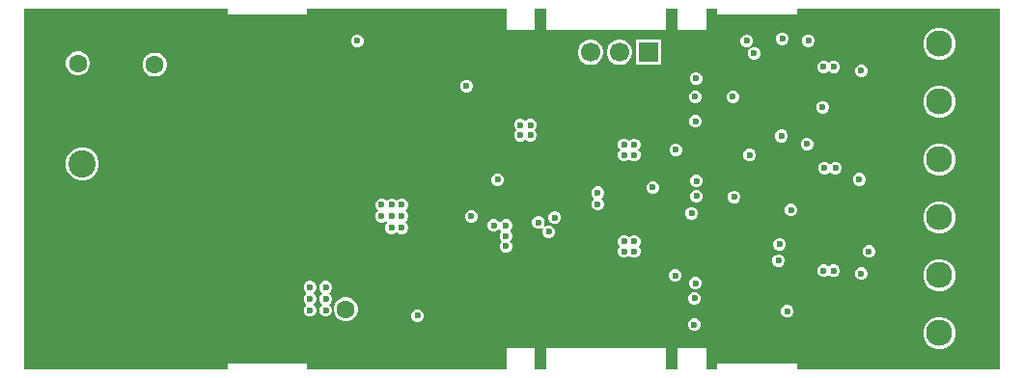
<source format=gbr>
%TF.GenerationSoftware,Altium Limited,Altium Designer,22.5.1 (42)*%
G04 Layer_Physical_Order=3*
G04 Layer_Color=16440176*
%FSLAX45Y45*%
%MOMM*%
%TF.SameCoordinates,F63A7803-94E7-494B-9888-F8709FA5C5B4*%
%TF.FilePolarity,Positive*%
%TF.FileFunction,Copper,L3,Inr,Signal*%
%TF.Part,Single*%
G01*
G75*
%TA.AperFunction,ComponentPad*%
%ADD33R,1.70000X1.70000*%
%ADD34C,1.70000*%
%ADD35C,2.40000*%
%ADD36C,1.60000*%
%ADD37C,2.30000*%
%TA.AperFunction,ViaPad*%
%ADD38C,0.60000*%
G36*
X8560000Y0D02*
X6780000D01*
Y50000D01*
X6080000D01*
Y0D01*
X5980000D01*
Y180000D01*
X5730000D01*
Y0D01*
X5630000D01*
Y180000D01*
X4580000D01*
Y0D01*
X4480000D01*
Y180000D01*
X4230000D01*
Y0D01*
X2480000D01*
Y50000D01*
X1780000D01*
Y0D01*
X0D01*
Y3160000D01*
X1780000D01*
Y3109999D01*
X2480000D01*
Y3160000D01*
X4230000D01*
Y2980000D01*
X4480000D01*
Y3160000D01*
X4580000D01*
Y2980000D01*
X5630000D01*
Y3160000D01*
X5730000D01*
Y2980000D01*
X5980000D01*
Y3160000D01*
X6080000D01*
Y3109999D01*
X6780000D01*
Y3160000D01*
X8560000D01*
Y0D01*
D02*
G37*
%LPC*%
G36*
X6661620Y2955600D02*
X6639580D01*
X6619219Y2947166D01*
X6603634Y2931581D01*
X6595200Y2911220D01*
Y2889180D01*
X6603634Y2868818D01*
X6619219Y2853234D01*
X6639580Y2844800D01*
X6661620D01*
X6681982Y2853234D01*
X6697566Y2868818D01*
X6706000Y2889180D01*
Y2911220D01*
X6697566Y2931581D01*
X6681982Y2947166D01*
X6661620Y2955600D01*
D02*
G37*
G36*
X6889920Y2938401D02*
X6867881D01*
X6847519Y2929967D01*
X6831935Y2914382D01*
X6823501Y2894021D01*
Y2871981D01*
X6831935Y2851619D01*
X6847519Y2836035D01*
X6867881Y2827601D01*
X6889920D01*
X6910282Y2836035D01*
X6925867Y2851619D01*
X6934301Y2871981D01*
Y2894021D01*
X6925867Y2914382D01*
X6910282Y2929967D01*
X6889920Y2938401D01*
D02*
G37*
G36*
X6348820Y2937200D02*
X6326780D01*
X6306418Y2928766D01*
X6290834Y2913181D01*
X6282400Y2892820D01*
Y2870780D01*
X6290834Y2850418D01*
X6306418Y2834834D01*
X6326780Y2826400D01*
X6348820D01*
X6369181Y2834834D01*
X6384766Y2850418D01*
X6393200Y2870780D01*
Y2892820D01*
X6384766Y2913181D01*
X6369181Y2928766D01*
X6348820Y2937200D01*
D02*
G37*
G36*
X2930620Y2936301D02*
X2908581D01*
X2888219Y2927867D01*
X2872635Y2912282D01*
X2864201Y2891921D01*
Y2869881D01*
X2872635Y2849519D01*
X2888219Y2833935D01*
X2908581Y2825501D01*
X2930620D01*
X2950982Y2833935D01*
X2966566Y2849519D01*
X2975000Y2869881D01*
Y2891921D01*
X2966566Y2912282D01*
X2950982Y2927867D01*
X2930620Y2936301D01*
D02*
G37*
G36*
X6413320Y2827901D02*
X6391281D01*
X6370919Y2819467D01*
X6355335Y2803882D01*
X6346901Y2783521D01*
Y2761481D01*
X6355335Y2741119D01*
X6370919Y2725535D01*
X6391281Y2717101D01*
X6413320D01*
X6433682Y2725535D01*
X6449267Y2741119D01*
X6457701Y2761481D01*
Y2783521D01*
X6449267Y2803882D01*
X6433682Y2819467D01*
X6413320Y2827901D01*
D02*
G37*
G36*
X8044985Y2995601D02*
X8008016D01*
X7972308Y2986033D01*
X7940293Y2967549D01*
X7914153Y2941408D01*
X7895669Y2909393D01*
X7886101Y2873685D01*
Y2836717D01*
X7895669Y2801008D01*
X7914153Y2768993D01*
X7940293Y2742853D01*
X7972308Y2724369D01*
X8008016Y2714801D01*
X8044985D01*
X8080693Y2724369D01*
X8112708Y2742853D01*
X8138848Y2768993D01*
X8157332Y2801008D01*
X8166900Y2836717D01*
Y2873685D01*
X8157332Y2909393D01*
X8138848Y2941408D01*
X8112708Y2967549D01*
X8080693Y2986033D01*
X8044985Y2995601D01*
D02*
G37*
G36*
X7110420Y2707401D02*
X7088381D01*
X7068019Y2698967D01*
X7054951Y2685898D01*
X7041882Y2698967D01*
X7021520Y2707401D01*
X6999481D01*
X6979119Y2698967D01*
X6963535Y2683382D01*
X6955101Y2663021D01*
Y2640981D01*
X6963535Y2620619D01*
X6979119Y2605035D01*
X6999481Y2596601D01*
X7021520D01*
X7041882Y2605035D01*
X7054951Y2618103D01*
X7068019Y2605035D01*
X7088381Y2596601D01*
X7110420D01*
X7130782Y2605035D01*
X7146366Y2620619D01*
X7154801Y2640981D01*
Y2663021D01*
X7146366Y2683382D01*
X7130782Y2698967D01*
X7110420Y2707401D01*
D02*
G37*
G36*
X5584200Y2889401D02*
X5363401D01*
Y2668601D01*
X5584200D01*
Y2889401D01*
D02*
G37*
G36*
X5234335D02*
X5205266D01*
X5177188Y2881877D01*
X5152013Y2867343D01*
X5131459Y2846788D01*
X5116924Y2821614D01*
X5109401Y2793535D01*
Y2764466D01*
X5116924Y2736388D01*
X5131459Y2711214D01*
X5152013Y2690659D01*
X5177188Y2676124D01*
X5205266Y2668601D01*
X5234335D01*
X5262413Y2676124D01*
X5287588Y2690659D01*
X5308143Y2711214D01*
X5322677Y2736388D01*
X5330200Y2764466D01*
Y2793535D01*
X5322677Y2821614D01*
X5308143Y2846788D01*
X5287588Y2867343D01*
X5262413Y2881877D01*
X5234335Y2889401D01*
D02*
G37*
G36*
X4980335D02*
X4951266D01*
X4923188Y2881877D01*
X4898013Y2867343D01*
X4877459Y2846788D01*
X4862924Y2821614D01*
X4855401Y2793535D01*
Y2764466D01*
X4862924Y2736388D01*
X4877459Y2711214D01*
X4898013Y2690659D01*
X4923188Y2676124D01*
X4951266Y2668601D01*
X4980335D01*
X5008413Y2676124D01*
X5033588Y2690659D01*
X5054143Y2711214D01*
X5068677Y2736388D01*
X5076200Y2764466D01*
Y2793535D01*
X5068677Y2821614D01*
X5054143Y2846788D01*
X5033588Y2867343D01*
X5008413Y2881877D01*
X4980335Y2889401D01*
D02*
G37*
G36*
X483817Y2789800D02*
X456064D01*
X429258Y2782617D01*
X405223Y2768741D01*
X385600Y2749117D01*
X371724Y2725083D01*
X364541Y2698277D01*
Y2670524D01*
X371724Y2643717D01*
X385600Y2619683D01*
X405223Y2600059D01*
X429258Y2586183D01*
X456064Y2579000D01*
X483817D01*
X510624Y2586183D01*
X534658Y2600059D01*
X554282Y2619683D01*
X568158Y2643717D01*
X575340Y2670524D01*
Y2698277D01*
X568158Y2725083D01*
X554282Y2749117D01*
X534658Y2768741D01*
X510624Y2782617D01*
X483817Y2789800D01*
D02*
G37*
G36*
X1156117Y2777800D02*
X1128364D01*
X1101558Y2770617D01*
X1077523Y2756741D01*
X1057900Y2737117D01*
X1044024Y2713083D01*
X1036841Y2686277D01*
Y2658524D01*
X1044024Y2631717D01*
X1057900Y2607683D01*
X1077523Y2588059D01*
X1101558Y2574183D01*
X1128364Y2567000D01*
X1156117D01*
X1182923Y2574183D01*
X1206958Y2588059D01*
X1226581Y2607683D01*
X1240458Y2631717D01*
X1247640Y2658524D01*
Y2686277D01*
X1240458Y2713083D01*
X1226581Y2737117D01*
X1206958Y2756741D01*
X1182923Y2770617D01*
X1156117Y2777800D01*
D02*
G37*
G36*
X7351697Y2673001D02*
X7329658D01*
X7309296Y2664567D01*
X7293712Y2648982D01*
X7285278Y2628621D01*
Y2606581D01*
X7293712Y2586219D01*
X7309296Y2570635D01*
X7329658Y2562201D01*
X7351697D01*
X7372059Y2570635D01*
X7387643Y2586219D01*
X7396077Y2606581D01*
Y2628621D01*
X7387643Y2648982D01*
X7372059Y2664567D01*
X7351697Y2673001D01*
D02*
G37*
G36*
X5901844Y2606801D02*
X5879805D01*
X5859443Y2598367D01*
X5843859Y2582782D01*
X5835425Y2562421D01*
Y2540381D01*
X5843859Y2520019D01*
X5859443Y2504435D01*
X5879805Y2496001D01*
X5901844D01*
X5922206Y2504435D01*
X5937791Y2520019D01*
X5946225Y2540381D01*
Y2562421D01*
X5937791Y2582782D01*
X5922206Y2598367D01*
X5901844Y2606801D01*
D02*
G37*
G36*
X3888820Y2541000D02*
X3866780D01*
X3846419Y2532566D01*
X3830834Y2516982D01*
X3822400Y2496620D01*
Y2474580D01*
X3830834Y2454219D01*
X3846419Y2438634D01*
X3866780Y2430200D01*
X3888820D01*
X3909181Y2438634D01*
X3924766Y2454219D01*
X3933200Y2474580D01*
Y2496620D01*
X3924766Y2516982D01*
X3909181Y2532566D01*
X3888820Y2541000D01*
D02*
G37*
G36*
X5897120Y2445100D02*
X5875080D01*
X5854719Y2436666D01*
X5839134Y2421082D01*
X5830700Y2400720D01*
Y2378680D01*
X5839134Y2358319D01*
X5854719Y2342734D01*
X5875080Y2334300D01*
X5897120D01*
X5917481Y2342734D01*
X5933066Y2358319D01*
X5941500Y2378680D01*
Y2400720D01*
X5933066Y2421082D01*
X5917481Y2436666D01*
X5897120Y2445100D01*
D02*
G37*
G36*
X6226120Y2444801D02*
X6204081D01*
X6183719Y2436367D01*
X6168135Y2420782D01*
X6159701Y2400421D01*
Y2378381D01*
X6168135Y2358019D01*
X6183719Y2342435D01*
X6204081Y2334001D01*
X6226120D01*
X6246482Y2342435D01*
X6262066Y2358019D01*
X6270501Y2378381D01*
Y2400421D01*
X6262066Y2420782D01*
X6246482Y2436367D01*
X6226120Y2444801D01*
D02*
G37*
G36*
X7012820Y2354401D02*
X6990781D01*
X6970419Y2345967D01*
X6954835Y2330382D01*
X6946401Y2310021D01*
Y2287981D01*
X6954835Y2267619D01*
X6970419Y2252035D01*
X6990781Y2243601D01*
X7012820D01*
X7033182Y2252035D01*
X7048766Y2267619D01*
X7057201Y2287981D01*
Y2310021D01*
X7048766Y2330382D01*
X7033182Y2345967D01*
X7012820Y2354401D01*
D02*
G37*
G36*
X8044985Y2487601D02*
X8008016D01*
X7972308Y2478033D01*
X7940293Y2459549D01*
X7914153Y2433408D01*
X7895669Y2401393D01*
X7886101Y2365685D01*
Y2328717D01*
X7895669Y2293008D01*
X7914153Y2260993D01*
X7940293Y2234853D01*
X7972308Y2216369D01*
X8008016Y2206801D01*
X8044985D01*
X8080693Y2216369D01*
X8112708Y2234853D01*
X8138848Y2260993D01*
X8157332Y2293008D01*
X8166900Y2328717D01*
Y2365685D01*
X8157332Y2401393D01*
X8138848Y2433408D01*
X8112708Y2459549D01*
X8080693Y2478033D01*
X8044985Y2487601D01*
D02*
G37*
G36*
X4450595Y2197432D02*
X4428555D01*
X4408193Y2188998D01*
X4395125Y2175930D01*
X4382057Y2188998D01*
X4361695Y2197432D01*
X4339655D01*
X4319294Y2188998D01*
X4303709Y2173413D01*
X4295275Y2153052D01*
Y2131012D01*
X4303709Y2110651D01*
X4316778Y2097582D01*
X4303709Y2084513D01*
X4295275Y2064152D01*
Y2042112D01*
X4303709Y2021751D01*
X4319293Y2006166D01*
X4339655Y1997732D01*
X4361695D01*
X4382056Y2006166D01*
X4395125Y2019235D01*
X4408193Y2006166D01*
X4428555Y1997732D01*
X4450595D01*
X4470956Y2006166D01*
X4486541Y2021751D01*
X4494975Y2042112D01*
Y2064152D01*
X4486541Y2084513D01*
X4473472Y2097582D01*
X4486541Y2110651D01*
X4494975Y2131012D01*
Y2153052D01*
X4486541Y2173413D01*
X4470956Y2188998D01*
X4450595Y2197432D01*
D02*
G37*
G36*
X5898544Y2228901D02*
X5876505D01*
X5856143Y2220466D01*
X5840559Y2204882D01*
X5832124Y2184520D01*
Y2162481D01*
X5840559Y2142119D01*
X5856143Y2126535D01*
X5876505Y2118101D01*
X5898544D01*
X5918906Y2126535D01*
X5934490Y2142119D01*
X5942924Y2162481D01*
Y2184520D01*
X5934490Y2204882D01*
X5918906Y2220466D01*
X5898544Y2228901D01*
D02*
G37*
G36*
X5359793Y2023673D02*
X5337754D01*
X5317392Y2015239D01*
X5304324Y2002171D01*
X5291255Y2015239D01*
X5270894Y2023673D01*
X5248854D01*
X5228492Y2015239D01*
X5212908Y1999655D01*
X5204474Y1979293D01*
Y1957254D01*
X5212908Y1936892D01*
X5225976Y1923823D01*
X5212908Y1910755D01*
X5204474Y1890393D01*
Y1868354D01*
X5212908Y1847992D01*
X5228492Y1832408D01*
X5248854Y1823973D01*
X5270893D01*
X5291255Y1832408D01*
X5304324Y1845476D01*
X5317392Y1832408D01*
X5337754Y1823973D01*
X5359793D01*
X5380155Y1832408D01*
X5395740Y1847992D01*
X5404174Y1868354D01*
Y1890393D01*
X5395740Y1910755D01*
X5382671Y1923823D01*
X5395740Y1936892D01*
X5404174Y1957254D01*
Y1979293D01*
X5395740Y1999655D01*
X5380155Y2015239D01*
X5359793Y2023673D01*
D02*
G37*
G36*
X6653420Y2101300D02*
X6631380D01*
X6611019Y2092866D01*
X6595434Y2077281D01*
X6587000Y2056920D01*
Y2034880D01*
X6595434Y2014518D01*
X6611019Y1998934D01*
X6631380Y1990500D01*
X6653420D01*
X6673781Y1998934D01*
X6689366Y2014518D01*
X6697800Y2034880D01*
Y2056920D01*
X6689366Y2077281D01*
X6673781Y2092866D01*
X6653420Y2101300D01*
D02*
G37*
G36*
X6875720Y2030801D02*
X6853681D01*
X6833319Y2022367D01*
X6817735Y2006782D01*
X6809301Y1986420D01*
Y1964381D01*
X6817735Y1944019D01*
X6833319Y1928435D01*
X6853681Y1920001D01*
X6875720D01*
X6896082Y1928435D01*
X6911666Y1944019D01*
X6920100Y1964381D01*
Y1986420D01*
X6911666Y2006782D01*
X6896082Y2022367D01*
X6875720Y2030801D01*
D02*
G37*
G36*
X5724220Y1979600D02*
X5702180D01*
X5681818Y1971166D01*
X5666234Y1955582D01*
X5657800Y1935220D01*
Y1913180D01*
X5666234Y1892819D01*
X5681818Y1877234D01*
X5702180Y1868800D01*
X5724220D01*
X5744581Y1877234D01*
X5760166Y1892819D01*
X5768600Y1913180D01*
Y1935220D01*
X5760166Y1955582D01*
X5744581Y1971166D01*
X5724220Y1979600D01*
D02*
G37*
G36*
X6373820Y1932701D02*
X6351781D01*
X6331419Y1924267D01*
X6315835Y1908682D01*
X6307401Y1888321D01*
Y1866281D01*
X6315835Y1845919D01*
X6331419Y1830335D01*
X6351781Y1821901D01*
X6373820D01*
X6394182Y1830335D01*
X6409766Y1845919D01*
X6418201Y1866281D01*
Y1888321D01*
X6409766Y1908682D01*
X6394182Y1924267D01*
X6373820Y1932701D01*
D02*
G37*
G36*
X7126520Y1820600D02*
X7104480D01*
X7084118Y1812166D01*
X7075697Y1803744D01*
X7067400Y1797443D01*
X7059103Y1803744D01*
X7050681Y1812166D01*
X7030320Y1820600D01*
X7008280D01*
X6987918Y1812166D01*
X6972334Y1796581D01*
X6963900Y1776220D01*
Y1754180D01*
X6972334Y1733818D01*
X6987918Y1718234D01*
X7008280Y1709800D01*
X7030320D01*
X7050681Y1718234D01*
X7059103Y1726656D01*
X7067400Y1732957D01*
X7075697Y1726656D01*
X7084118Y1718234D01*
X7104480Y1709800D01*
X7126520D01*
X7146881Y1718234D01*
X7162466Y1733818D01*
X7170900Y1754180D01*
Y1776220D01*
X7162466Y1796581D01*
X7146881Y1812166D01*
X7126520Y1820600D01*
D02*
G37*
G36*
X8044985Y1979601D02*
X8008016D01*
X7972308Y1970033D01*
X7940293Y1951549D01*
X7914153Y1925408D01*
X7895669Y1893393D01*
X7886101Y1857685D01*
Y1820717D01*
X7895669Y1785008D01*
X7914153Y1752993D01*
X7940293Y1726853D01*
X7972308Y1708369D01*
X8008016Y1698801D01*
X8044985D01*
X8080693Y1708369D01*
X8112708Y1726853D01*
X8138848Y1752993D01*
X8157332Y1785008D01*
X8166900Y1820717D01*
Y1857685D01*
X8157332Y1893393D01*
X8138848Y1925408D01*
X8112708Y1951549D01*
X8080693Y1970033D01*
X8044985Y1979601D01*
D02*
G37*
G36*
X527243Y1946501D02*
X488958D01*
X451978Y1936592D01*
X418823Y1917450D01*
X391752Y1890378D01*
X372609Y1857223D01*
X362701Y1820243D01*
Y1781959D01*
X372609Y1744978D01*
X391752Y1711823D01*
X418823Y1684752D01*
X451978Y1665610D01*
X488958Y1655701D01*
X527243D01*
X564223Y1665610D01*
X597378Y1684752D01*
X624449Y1711823D01*
X643592Y1744978D01*
X653500Y1781959D01*
Y1820243D01*
X643592Y1857223D01*
X624449Y1890378D01*
X597378Y1917450D01*
X564223Y1936592D01*
X527243Y1946501D01*
D02*
G37*
G36*
X7335020Y1720501D02*
X7312981D01*
X7292619Y1712067D01*
X7277035Y1696482D01*
X7268601Y1676121D01*
Y1654081D01*
X7277035Y1633719D01*
X7292619Y1618135D01*
X7312981Y1609701D01*
X7335020D01*
X7355382Y1618135D01*
X7370966Y1633719D01*
X7379401Y1654081D01*
Y1676121D01*
X7370966Y1696482D01*
X7355382Y1712067D01*
X7335020Y1720501D01*
D02*
G37*
G36*
X4163720Y1717300D02*
X4141680D01*
X4121319Y1708866D01*
X4105734Y1693281D01*
X4097300Y1672920D01*
Y1650880D01*
X4105734Y1630518D01*
X4121319Y1614934D01*
X4141680Y1606500D01*
X4163720D01*
X4184082Y1614934D01*
X4199666Y1630518D01*
X4208100Y1650880D01*
Y1672920D01*
X4199666Y1693281D01*
X4184082Y1708866D01*
X4163720Y1717300D01*
D02*
G37*
G36*
X5905720Y1706701D02*
X5883681D01*
X5863319Y1698267D01*
X5847735Y1682682D01*
X5839301Y1662321D01*
Y1640281D01*
X5847735Y1619919D01*
X5863319Y1604335D01*
X5883681Y1595901D01*
X5905720D01*
X5926082Y1604335D01*
X5941667Y1619919D01*
X5950101Y1640281D01*
Y1662321D01*
X5941667Y1682682D01*
X5926082Y1698267D01*
X5905720Y1706701D01*
D02*
G37*
G36*
X5522720Y1650901D02*
X5500681D01*
X5480319Y1642467D01*
X5464735Y1626882D01*
X5456301Y1606521D01*
Y1584481D01*
X5464735Y1564119D01*
X5480319Y1548535D01*
X5500681Y1540101D01*
X5522720D01*
X5543082Y1548535D01*
X5558667Y1564119D01*
X5567101Y1584481D01*
Y1606521D01*
X5558667Y1626882D01*
X5543082Y1642467D01*
X5522720Y1650901D01*
D02*
G37*
G36*
X5908020Y1574101D02*
X5885981D01*
X5865619Y1565667D01*
X5850035Y1550082D01*
X5841601Y1529721D01*
Y1507681D01*
X5850035Y1487319D01*
X5865619Y1471735D01*
X5885981Y1463301D01*
X5908020D01*
X5928382Y1471735D01*
X5943967Y1487319D01*
X5952401Y1507681D01*
Y1529721D01*
X5943967Y1550082D01*
X5928382Y1565667D01*
X5908020Y1574101D01*
D02*
G37*
G36*
X6239070Y1567350D02*
X6217030D01*
X6196668Y1558916D01*
X6181084Y1543331D01*
X6172650Y1522970D01*
Y1500930D01*
X6181084Y1480569D01*
X6196668Y1464984D01*
X6217030Y1456550D01*
X6239070D01*
X6259431Y1464984D01*
X6275016Y1480569D01*
X6283450Y1500930D01*
Y1522970D01*
X6275016Y1543331D01*
X6259431Y1558916D01*
X6239070Y1567350D01*
D02*
G37*
G36*
X5040320Y1602501D02*
X5018281D01*
X4997919Y1594067D01*
X4982335Y1578482D01*
X4973901Y1558121D01*
Y1536081D01*
X4982335Y1515719D01*
X4993621Y1504433D01*
X4996542Y1496301D01*
X4993621Y1488169D01*
X4982335Y1476882D01*
X4973901Y1456521D01*
Y1434481D01*
X4982335Y1414119D01*
X4997919Y1398535D01*
X5018281Y1390101D01*
X5040320D01*
X5060682Y1398535D01*
X5076266Y1414119D01*
X5084701Y1434481D01*
Y1456521D01*
X5076266Y1476882D01*
X5064980Y1488169D01*
X5062059Y1496301D01*
X5064980Y1504433D01*
X5076266Y1515719D01*
X5084701Y1536081D01*
Y1558121D01*
X5076266Y1578482D01*
X5060682Y1594067D01*
X5040320Y1602501D01*
D02*
G37*
G36*
X6735720Y1451101D02*
X6713681D01*
X6693319Y1442667D01*
X6677735Y1427082D01*
X6669301Y1406721D01*
Y1384681D01*
X6677735Y1364319D01*
X6693319Y1348735D01*
X6713681Y1340301D01*
X6735720D01*
X6756082Y1348735D01*
X6771666Y1364319D01*
X6780100Y1384681D01*
Y1406721D01*
X6771666Y1427082D01*
X6756082Y1442667D01*
X6735720Y1451101D01*
D02*
G37*
G36*
X5864520Y1423000D02*
X5842480D01*
X5822119Y1414566D01*
X5806534Y1398981D01*
X5798100Y1378620D01*
Y1356580D01*
X5806534Y1336219D01*
X5822119Y1320634D01*
X5842480Y1312200D01*
X5864520D01*
X5884882Y1320634D01*
X5900466Y1336219D01*
X5908900Y1356580D01*
Y1378620D01*
X5900466Y1398981D01*
X5884882Y1414566D01*
X5864520Y1423000D01*
D02*
G37*
G36*
X3932920Y1396200D02*
X3910880D01*
X3890519Y1387766D01*
X3874934Y1372181D01*
X3866500Y1351820D01*
Y1329780D01*
X3874934Y1309419D01*
X3890519Y1293834D01*
X3910880Y1285400D01*
X3932920D01*
X3953281Y1293834D01*
X3968866Y1309419D01*
X3977300Y1329780D01*
Y1351820D01*
X3968866Y1372181D01*
X3953281Y1387766D01*
X3932920Y1396200D01*
D02*
G37*
G36*
X4664787Y1384512D02*
X4642747D01*
X4622385Y1376078D01*
X4606801Y1360494D01*
X4598367Y1340132D01*
Y1318092D01*
X4606801Y1297731D01*
X4622385Y1282146D01*
X4642747Y1273712D01*
X4664787D01*
X4685148Y1282146D01*
X4700733Y1297731D01*
X4709167Y1318092D01*
Y1340132D01*
X4700733Y1360494D01*
X4685148Y1376078D01*
X4664787Y1384512D01*
D02*
G37*
G36*
X8044985Y1471601D02*
X8008016D01*
X7972308Y1462033D01*
X7940293Y1443549D01*
X7914153Y1417409D01*
X7895669Y1385393D01*
X7886101Y1349685D01*
Y1312717D01*
X7895669Y1277009D01*
X7914153Y1244993D01*
X7940293Y1218853D01*
X7972308Y1200369D01*
X8008016Y1190801D01*
X8044985D01*
X8080693Y1200369D01*
X8112708Y1218853D01*
X8138848Y1244993D01*
X8157332Y1277009D01*
X8166900Y1312717D01*
Y1349685D01*
X8157332Y1385393D01*
X8138848Y1417409D01*
X8112708Y1443549D01*
X8080693Y1462033D01*
X8044985Y1471601D01*
D02*
G37*
G36*
X3145319Y1498401D02*
X3123280D01*
X3102918Y1489967D01*
X3087333Y1474382D01*
X3078899Y1454020D01*
Y1431981D01*
X3087333Y1411619D01*
X3097980Y1400973D01*
X3101495Y1392675D01*
X3097980Y1384379D01*
X3087333Y1373732D01*
X3078899Y1353370D01*
Y1331331D01*
X3087333Y1310969D01*
X3102918Y1295385D01*
X3123279Y1286951D01*
X3145319D01*
X3165680Y1295385D01*
X3173958Y1303662D01*
X3181787Y1299943D01*
X3185216Y1286176D01*
X3184755Y1285501D01*
X3172308Y1273055D01*
X3163874Y1252693D01*
Y1230653D01*
X3172308Y1210292D01*
X3187892Y1194707D01*
X3208254Y1186273D01*
X3230294D01*
X3250655Y1194707D01*
X3263724Y1207776D01*
X3276792Y1194707D01*
X3297154Y1186273D01*
X3319193D01*
X3339555Y1194707D01*
X3355139Y1210292D01*
X3363573Y1230653D01*
Y1252693D01*
X3355139Y1273055D01*
X3345579Y1282615D01*
X3343371Y1294221D01*
X3346293Y1298495D01*
X3358739Y1310942D01*
X3367173Y1331303D01*
Y1353343D01*
X3358739Y1373705D01*
X3348092Y1384352D01*
X3344578Y1392648D01*
X3348092Y1400945D01*
X3358739Y1411592D01*
X3367173Y1431953D01*
Y1453993D01*
X3358739Y1474355D01*
X3343155Y1489939D01*
X3322793Y1498373D01*
X3300754D01*
X3280392Y1489939D01*
X3267323Y1476871D01*
X3254255Y1489939D01*
X3233893Y1498373D01*
X3211854D01*
X3191492Y1489939D01*
X3178600Y1477047D01*
X3165681Y1489967D01*
X3145319Y1498401D01*
D02*
G37*
G36*
X5359593Y1176273D02*
X5337554D01*
X5317192Y1167839D01*
X5304124Y1154771D01*
X5291055Y1167839D01*
X5270694Y1176273D01*
X5248654D01*
X5228292Y1167839D01*
X5212708Y1152255D01*
X5204274Y1131893D01*
Y1109854D01*
X5212708Y1089492D01*
X5225776Y1076424D01*
X5212708Y1063355D01*
X5204274Y1042993D01*
Y1020954D01*
X5212708Y1000592D01*
X5228292Y985007D01*
X5248654Y976573D01*
X5270693D01*
X5291055Y985007D01*
X5304124Y998076D01*
X5317192Y985007D01*
X5337554Y976573D01*
X5359593D01*
X5379955Y985007D01*
X5395539Y1000592D01*
X5403973Y1020954D01*
Y1042993D01*
X5395539Y1063355D01*
X5382471Y1076423D01*
X5395539Y1089492D01*
X5403973Y1109854D01*
Y1131893D01*
X5395539Y1152255D01*
X5379955Y1167839D01*
X5359593Y1176273D01*
D02*
G37*
G36*
X4520970Y1341950D02*
X4498930D01*
X4478568Y1333515D01*
X4462984Y1317931D01*
X4454550Y1297569D01*
Y1275530D01*
X4462984Y1255168D01*
X4478568Y1239584D01*
X4498930Y1231150D01*
X4520970D01*
X4540775Y1239353D01*
X4542829Y1238386D01*
X4551311Y1231603D01*
X4545279Y1217042D01*
Y1195002D01*
X4553714Y1174640D01*
X4569298Y1159056D01*
X4589660Y1150622D01*
X4611699D01*
X4632061Y1159056D01*
X4647645Y1174640D01*
X4656079Y1195002D01*
Y1217042D01*
X4647645Y1237403D01*
X4632061Y1252988D01*
X4611699Y1261422D01*
X4589660D01*
X4569854Y1253218D01*
X4567801Y1254185D01*
X4559318Y1260969D01*
X4565350Y1275530D01*
Y1297569D01*
X4556916Y1317931D01*
X4541331Y1333515D01*
X4520970Y1341950D01*
D02*
G37*
G36*
X6636920Y1149100D02*
X6614880D01*
X6594518Y1140666D01*
X6578934Y1125082D01*
X6570500Y1104720D01*
Y1082680D01*
X6578934Y1062319D01*
X6594518Y1046734D01*
X6614880Y1038300D01*
X6636920D01*
X6657281Y1046734D01*
X6672866Y1062319D01*
X6681300Y1082680D01*
Y1104720D01*
X6672866Y1125082D01*
X6657281Y1140666D01*
X6636920Y1149100D01*
D02*
G37*
G36*
X4129350Y1316811D02*
X4107311D01*
X4086949Y1308377D01*
X4071364Y1292792D01*
X4062930Y1272431D01*
Y1250391D01*
X4071364Y1230030D01*
X4086949Y1214445D01*
X4107311Y1206011D01*
X4129350D01*
X4149712Y1214445D01*
X4163641Y1228374D01*
X4173622Y1228442D01*
X4183616Y1218377D01*
X4183594Y1204113D01*
X4176729Y1197248D01*
X4168295Y1176886D01*
Y1154847D01*
X4176729Y1134485D01*
X4189797Y1121417D01*
X4176729Y1108348D01*
X4168294Y1087986D01*
Y1065947D01*
X4176729Y1045585D01*
X4192313Y1030001D01*
X4212675Y1021567D01*
X4234714D01*
X4255076Y1030001D01*
X4270660Y1045585D01*
X4279094Y1065947D01*
Y1087986D01*
X4270660Y1108348D01*
X4257592Y1121417D01*
X4270660Y1134485D01*
X4279095Y1154847D01*
Y1176886D01*
X4270660Y1197248D01*
X4264573Y1203335D01*
X4264602Y1221155D01*
X4271466Y1228019D01*
X4279901Y1248381D01*
Y1270421D01*
X4271466Y1290782D01*
X4255882Y1306367D01*
X4235520Y1314801D01*
X4213481D01*
X4193119Y1306367D01*
X4179190Y1292437D01*
X4165482Y1292345D01*
X4165296Y1292792D01*
X4149712Y1308377D01*
X4129350Y1316811D01*
D02*
G37*
G36*
X7419720Y1086000D02*
X7397680D01*
X7377318Y1077566D01*
X7361734Y1061981D01*
X7353300Y1041620D01*
Y1019580D01*
X7361734Y999218D01*
X7377318Y983634D01*
X7397680Y975200D01*
X7419720D01*
X7440081Y983634D01*
X7455666Y999218D01*
X7464100Y1019580D01*
Y1041620D01*
X7455666Y1061981D01*
X7440081Y1077566D01*
X7419720Y1086000D01*
D02*
G37*
G36*
X6628120Y1007900D02*
X6606080D01*
X6585719Y999466D01*
X6570134Y983881D01*
X6561700Y963520D01*
Y941480D01*
X6570134Y921119D01*
X6585719Y905534D01*
X6606080Y897100D01*
X6628120D01*
X6648481Y905534D01*
X6664066Y921119D01*
X6672500Y941480D01*
Y963520D01*
X6664066Y983881D01*
X6648481Y999466D01*
X6628120Y1007900D01*
D02*
G37*
G36*
X7110420Y916701D02*
X7088381D01*
X7068019Y908267D01*
X7054951Y895198D01*
X7041882Y908267D01*
X7021520Y916701D01*
X6999481D01*
X6979119Y908267D01*
X6963535Y892682D01*
X6955101Y872321D01*
Y850281D01*
X6963535Y829919D01*
X6979119Y814335D01*
X6999481Y805901D01*
X7021520D01*
X7041882Y814335D01*
X7054951Y827403D01*
X7068019Y814335D01*
X7088381Y805901D01*
X7110420D01*
X7130782Y814335D01*
X7146366Y829919D01*
X7154801Y850281D01*
Y872321D01*
X7146366Y892682D01*
X7130782Y908267D01*
X7110420Y916701D01*
D02*
G37*
G36*
X7351720Y891301D02*
X7329681D01*
X7309319Y882867D01*
X7293735Y867282D01*
X7285301Y846921D01*
Y824881D01*
X7293735Y804519D01*
X7309319Y788935D01*
X7329681Y780501D01*
X7351720D01*
X7372082Y788935D01*
X7387666Y804519D01*
X7396101Y824881D01*
Y846921D01*
X7387666Y867282D01*
X7372082Y882867D01*
X7351720Y891301D01*
D02*
G37*
G36*
X5720620Y876100D02*
X5698580D01*
X5678219Y867666D01*
X5662634Y852081D01*
X5654200Y831720D01*
Y809680D01*
X5662634Y789318D01*
X5678219Y773734D01*
X5698580Y765300D01*
X5720620D01*
X5740981Y773734D01*
X5756566Y789318D01*
X5765000Y809680D01*
Y831720D01*
X5756566Y852081D01*
X5740981Y867666D01*
X5720620Y876100D01*
D02*
G37*
G36*
X5898920Y809401D02*
X5876881D01*
X5856519Y800967D01*
X5840935Y785382D01*
X5832501Y765021D01*
Y742981D01*
X5840935Y722619D01*
X5856519Y707035D01*
X5876881Y698601D01*
X5898920D01*
X5919282Y707035D01*
X5934866Y722619D01*
X5943301Y742981D01*
Y765021D01*
X5934866Y785382D01*
X5919282Y800967D01*
X5898920Y809401D01*
D02*
G37*
G36*
X8044985Y963601D02*
X8008016D01*
X7972308Y954033D01*
X7940293Y935549D01*
X7914153Y909408D01*
X7895669Y877393D01*
X7886101Y841685D01*
Y804717D01*
X7895669Y769008D01*
X7914153Y736993D01*
X7940293Y710853D01*
X7972308Y692369D01*
X8008016Y682801D01*
X8044985D01*
X8080693Y692369D01*
X8112708Y710853D01*
X8138848Y736993D01*
X8157332Y769008D01*
X8166900Y804717D01*
Y841685D01*
X8157332Y877393D01*
X8138848Y909408D01*
X8112708Y935549D01*
X8080693Y954033D01*
X8044985Y963601D01*
D02*
G37*
G36*
X5890720Y675501D02*
X5868681D01*
X5848319Y667066D01*
X5832735Y651482D01*
X5824301Y631120D01*
Y609081D01*
X5832735Y588719D01*
X5848319Y573135D01*
X5868681Y564701D01*
X5890720D01*
X5911082Y573135D01*
X5926666Y588719D01*
X5935100Y609081D01*
Y631120D01*
X5926666Y651482D01*
X5911082Y667066D01*
X5890720Y675501D01*
D02*
G37*
G36*
X2655120Y773301D02*
X2633081D01*
X2612719Y764867D01*
X2597135Y749282D01*
X2588701Y728921D01*
Y706881D01*
X2597135Y686519D01*
X2608421Y675233D01*
X2611342Y667101D01*
X2608421Y658969D01*
X2597135Y647682D01*
X2588701Y627321D01*
Y605281D01*
X2597135Y584920D01*
X2608421Y573633D01*
X2611342Y565501D01*
X2608421Y557369D01*
X2597135Y546082D01*
X2588701Y525721D01*
Y503681D01*
X2597135Y483320D01*
X2612719Y467735D01*
X2633081Y459301D01*
X2655120D01*
X2675482Y467735D01*
X2691066Y483320D01*
X2699501Y503681D01*
Y525721D01*
X2691066Y546082D01*
X2679780Y557369D01*
X2676859Y565501D01*
X2679780Y573633D01*
X2691066Y584920D01*
X2699501Y605281D01*
Y627321D01*
X2691066Y647682D01*
X2679780Y658969D01*
X2676859Y667101D01*
X2679780Y675233D01*
X2691066Y686519D01*
X2699501Y706881D01*
Y728921D01*
X2691066Y749282D01*
X2675482Y764867D01*
X2655120Y773301D01*
D02*
G37*
G36*
X2515420D02*
X2493381D01*
X2473019Y764867D01*
X2457435Y749282D01*
X2449001Y728921D01*
Y706881D01*
X2457435Y686519D01*
X2468721Y675233D01*
X2471642Y667101D01*
X2468721Y658969D01*
X2457435Y647682D01*
X2449001Y627321D01*
Y605281D01*
X2457435Y584920D01*
X2468721Y573633D01*
X2471642Y565501D01*
X2468721Y557369D01*
X2457435Y546082D01*
X2449001Y525721D01*
Y503681D01*
X2457435Y483320D01*
X2473019Y467735D01*
X2493381Y459301D01*
X2515420D01*
X2535782Y467735D01*
X2551366Y483320D01*
X2559801Y503681D01*
Y525721D01*
X2551366Y546082D01*
X2540080Y557369D01*
X2537159Y565501D01*
X2540080Y573633D01*
X2551366Y584920D01*
X2559801Y605281D01*
Y627321D01*
X2551366Y647682D01*
X2540080Y658969D01*
X2537159Y667101D01*
X2540080Y675233D01*
X2551366Y686519D01*
X2559801Y706881D01*
Y728921D01*
X2551366Y749282D01*
X2535782Y764867D01*
X2515420Y773301D01*
D02*
G37*
G36*
X6704020Y561101D02*
X6681981D01*
X6661619Y552667D01*
X6646035Y537082D01*
X6637601Y516721D01*
Y494681D01*
X6646035Y474319D01*
X6661619Y458735D01*
X6681981Y450301D01*
X6704020D01*
X6724382Y458735D01*
X6739966Y474319D01*
X6748401Y494681D01*
Y516721D01*
X6739966Y537082D01*
X6724382Y552667D01*
X6704020Y561101D01*
D02*
G37*
G36*
X2832277Y629601D02*
X2804524D01*
X2777718Y622418D01*
X2753683Y608542D01*
X2734060Y588918D01*
X2720184Y564884D01*
X2713001Y538077D01*
Y510325D01*
X2720184Y483518D01*
X2734060Y459484D01*
X2753683Y439860D01*
X2777718Y425984D01*
X2804524Y418801D01*
X2832277D01*
X2859083Y425984D01*
X2883118Y439860D01*
X2902741Y459484D01*
X2916617Y483518D01*
X2923800Y510325D01*
Y538077D01*
X2916617Y564884D01*
X2902741Y588918D01*
X2883118Y608542D01*
X2859083Y622418D01*
X2832277Y629601D01*
D02*
G37*
G36*
X3460920Y523401D02*
X3438881D01*
X3418519Y514967D01*
X3402935Y499382D01*
X3394501Y479021D01*
Y456981D01*
X3402935Y436619D01*
X3418519Y421035D01*
X3438881Y412601D01*
X3460920D01*
X3481282Y421035D01*
X3496867Y436619D01*
X3505301Y456981D01*
Y479021D01*
X3496867Y499382D01*
X3481282Y514967D01*
X3460920Y523401D01*
D02*
G37*
G36*
X5887120Y444401D02*
X5865080D01*
X5844719Y435967D01*
X5829134Y420382D01*
X5820700Y400021D01*
Y377981D01*
X5829134Y357619D01*
X5844719Y342035D01*
X5865080Y333601D01*
X5887120D01*
X5907482Y342035D01*
X5923066Y357619D01*
X5931500Y377981D01*
Y400021D01*
X5923066Y420382D01*
X5907482Y435967D01*
X5887120Y444401D01*
D02*
G37*
G36*
X8044985Y455600D02*
X8008016D01*
X7972308Y446032D01*
X7940293Y427548D01*
X7914153Y401408D01*
X7895669Y369393D01*
X7886101Y333685D01*
Y296716D01*
X7895669Y261008D01*
X7914153Y228993D01*
X7940293Y202853D01*
X7972308Y184369D01*
X8008016Y174801D01*
X8044985D01*
X8080693Y184369D01*
X8112708Y202853D01*
X8138848Y228993D01*
X8157332Y261008D01*
X8166900Y296716D01*
Y333685D01*
X8157332Y369393D01*
X8138848Y401408D01*
X8112708Y427548D01*
X8080693Y446032D01*
X8044985Y455600D01*
D02*
G37*
%LPD*%
D33*
X5473801Y2779001D02*
D03*
D34*
X5219801D02*
D03*
X4965801D02*
D03*
X4711801D02*
D03*
D35*
X508101Y1293101D02*
D03*
Y1801101D02*
D03*
D36*
X2818401Y270201D02*
D03*
Y524201D02*
D03*
X1142240Y2926400D02*
D03*
X1142241Y2672400D02*
D03*
X469940Y2938401D02*
D03*
X469941Y2684400D02*
D03*
D37*
X8026501Y315201D02*
D03*
Y823201D02*
D03*
Y1331201D02*
D03*
Y1839201D02*
D03*
Y2347201D02*
D03*
Y2855201D02*
D03*
D38*
X6228050Y1511950D02*
D03*
X4152700Y1661900D02*
D03*
X3921900Y1340800D02*
D03*
X3823000Y1547400D02*
D03*
X4525700Y1425100D02*
D03*
X4509950Y1286550D02*
D03*
X4653767Y1329112D02*
D03*
X4745700Y1331600D02*
D03*
X5709600Y820700D02*
D03*
X6625900Y1093700D02*
D03*
X6617100Y952500D02*
D03*
X5853500Y1367600D02*
D03*
X6642400Y2045900D02*
D03*
X6337800Y2881800D02*
D03*
X6402301Y2772501D02*
D03*
X6650600Y2900200D02*
D03*
X6887100Y2770700D02*
D03*
X5704800Y1812200D02*
D03*
X6199200Y921700D02*
D03*
X6020300Y923800D02*
D03*
X6928700Y959400D02*
D03*
X7221600Y950500D02*
D03*
X7313700Y946600D02*
D03*
X7408700Y1030600D02*
D03*
X7310875Y1084900D02*
D03*
X6362801Y1877301D02*
D03*
X5713200Y1924200D02*
D03*
X3594301Y1083301D02*
D03*
X3708601D02*
D03*
X3708600Y980400D02*
D03*
X3590201Y983101D02*
D03*
X1171101Y1404701D02*
D03*
X1285401D02*
D03*
X1285400Y1301800D02*
D03*
X1167000Y1304501D02*
D03*
X328101Y974801D02*
D03*
X442401D02*
D03*
X442400Y871900D02*
D03*
X324001Y874601D02*
D03*
X313501Y412401D02*
D03*
X431900Y409700D02*
D03*
X1443801Y2064801D02*
D03*
X1570801D02*
D03*
X1773975Y2055932D02*
D03*
X1685075D02*
D03*
X1773975Y1967032D02*
D03*
X1685075D02*
D03*
X1925775Y2929932D02*
D03*
X1836875D02*
D03*
X1925775Y2841032D02*
D03*
X1836875D02*
D03*
X7322775Y2962532D02*
D03*
X7233875D02*
D03*
X7322775Y2873632D02*
D03*
X7233875D02*
D03*
X7323475Y2011832D02*
D03*
X7234575D02*
D03*
X7323475Y1922932D02*
D03*
X7234575D02*
D03*
X7219200Y1088700D02*
D03*
X7029575Y175832D02*
D03*
X6940675D02*
D03*
X7029575Y86932D02*
D03*
X6940675D02*
D03*
X5507375Y2372032D02*
D03*
X5418475D02*
D03*
X5507375Y2283132D02*
D03*
X5418475D02*
D03*
X4834875Y1537232D02*
D03*
X4745975D02*
D03*
X4834875Y1448332D02*
D03*
X4745975D02*
D03*
X4530700Y1535400D02*
D03*
X2838400Y1426200D02*
D03*
X2936700Y1125000D02*
D03*
X3556800Y1519300D02*
D03*
X5886100Y2389700D02*
D03*
X3080200Y842200D02*
D03*
X4825700Y2219000D02*
D03*
X5698700Y2021700D02*
D03*
X3877800Y2485600D02*
D03*
X3410700Y2837400D02*
D03*
X4002400Y2561800D02*
D03*
X4476700Y2482000D02*
D03*
X4305100Y2491600D02*
D03*
X4596600Y2064900D02*
D03*
X5351100Y1684600D02*
D03*
X3576401Y466601D02*
D03*
X3119701Y2874101D02*
D03*
X2919600Y2880901D02*
D03*
X3449901Y468001D02*
D03*
X3134299Y1342351D02*
D03*
X3134299Y1443001D02*
D03*
X3219274Y1241673D02*
D03*
X3308173D02*
D03*
X3222874Y1442973D02*
D03*
X3311773D02*
D03*
X3222873Y1342323D02*
D03*
X3311773D02*
D03*
X4350675Y2053132D02*
D03*
X4439575D02*
D03*
X4350675Y2142032D02*
D03*
X4439575D02*
D03*
X5887901Y754001D02*
D03*
X7324001Y1665101D02*
D03*
X6724701Y1395701D02*
D03*
X4600679Y1206022D02*
D03*
X6864701Y1975401D02*
D03*
X5511701Y1595501D02*
D03*
X7001801Y2299001D02*
D03*
X6878901Y2883001D02*
D03*
X6215101Y2389401D02*
D03*
X5887524Y2173501D02*
D03*
X4223694Y1076967D02*
D03*
X4223695Y1165867D02*
D03*
X4224501Y1259401D02*
D03*
X4118330Y1261411D02*
D03*
X5029301Y1445501D02*
D03*
X5348574Y1031973D02*
D03*
X5259674D02*
D03*
X5348574Y1120873D02*
D03*
X5259674D02*
D03*
X5259874Y1968273D02*
D03*
X5348774D02*
D03*
X5259874Y1879373D02*
D03*
X5348774D02*
D03*
X6451701Y2055101D02*
D03*
X5897001Y1518701D02*
D03*
X6874800Y1875200D02*
D03*
X7337000Y2711400D02*
D03*
X6879700Y2960300D02*
D03*
X6643800Y2979800D02*
D03*
X5029301Y937501D02*
D03*
X5894701Y1651301D02*
D03*
X7340701Y835901D02*
D03*
X7010501Y861301D02*
D03*
X7099401D02*
D03*
X7019300Y1765200D02*
D03*
X7115500D02*
D03*
X7099401Y2652001D02*
D03*
X7010501D02*
D03*
X2644101Y717901D02*
D03*
X2504401D02*
D03*
Y514701D02*
D03*
Y616301D02*
D03*
X2644101Y514701D02*
D03*
Y616301D02*
D03*
X5876100Y389001D02*
D03*
X5879700Y620101D02*
D03*
X5890825Y2551401D02*
D03*
X431901Y512601D02*
D03*
X4945700Y1444101D02*
D03*
Y1544600D02*
D03*
X2971901Y1813801D02*
D03*
Y1995834D02*
D03*
Y2177867D02*
D03*
Y1631768D02*
D03*
X2756001D02*
D03*
Y2177867D02*
D03*
Y1995834D02*
D03*
Y1813801D02*
D03*
X7077400Y1184400D02*
D03*
X6703100Y1272500D02*
D03*
X1159900Y1533100D02*
D03*
X1292119D02*
D03*
X1566801Y1968601D02*
D03*
X1439801D02*
D03*
X317601Y512601D02*
D03*
X7093301Y293401D02*
D03*
X6860000Y301900D02*
D03*
X7096401Y2096801D02*
D03*
X6700300Y2171200D02*
D03*
X5244600Y722400D02*
D03*
X5418200Y720200D02*
D03*
X3510100Y1634500D02*
D03*
X3511600Y1401200D02*
D03*
X5029301Y1547101D02*
D03*
X7340677Y2617601D02*
D03*
X6693001Y505701D02*
D03*
%TF.MD5,ee16dbd67b193c124b15cfb3813e0b3b*%
M02*

</source>
